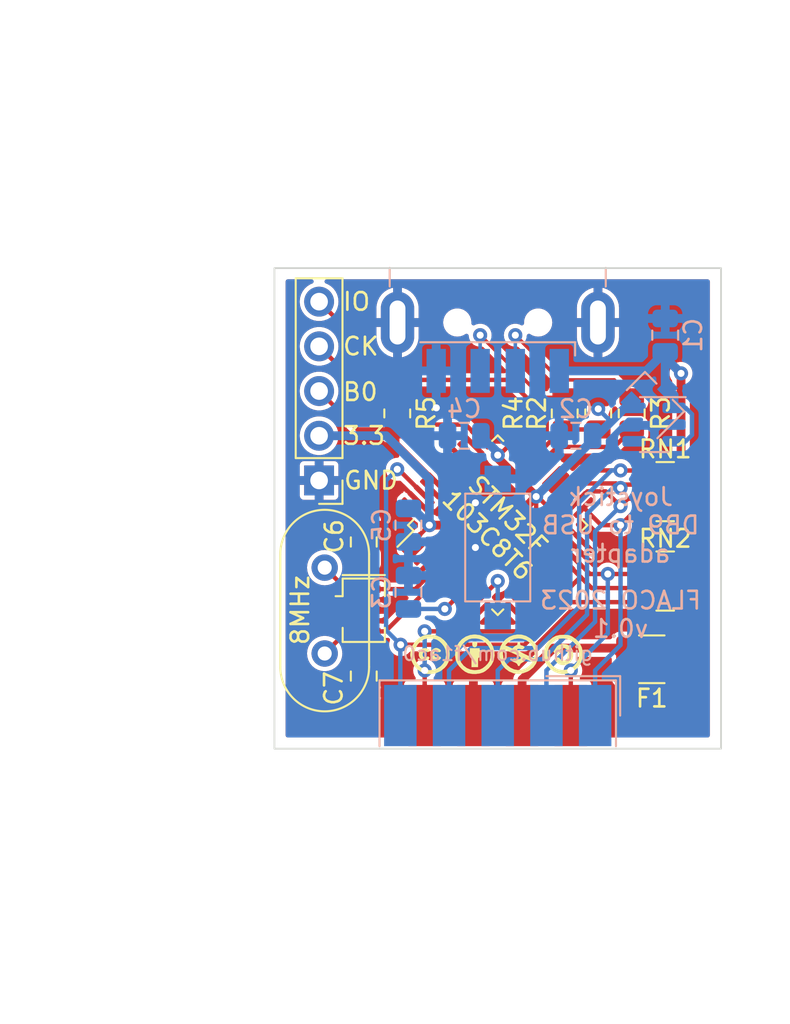
<source format=kicad_pcb>
(kicad_pcb (version 20240108) (generator "pcbnew") (generator_version "8.0")
  (title_block (title "Joystick DB9 to USB adapter") (date "13/11/2023") (rev "0.1") (company "FLACO 2023 CC-BY-NC-SA"))
  (layers (0 "F.Cu" signal) (31 "B.Cu" signal) (34 "B.Paste" user) (35 "F.Paste" user) (36 "B.SilkS" user "B.Silkscreen") (37 "F.SilkS" user "F.Silkscreen") (38 "B.Mask" user) (39 "F.Mask" user) (44 "Edge.Cuts" user))
  (net 0 "")
  (net 1 "+5V")
  (net 2 "GND")
  (net 3 "+3.3V")
  (net 4 "Net-(U1-PD0)")
  (net 5 "Net-(U1-PD1)")
  (net 6 "{slash}UP")
  (net 7 "{slash}DOWN")
  (net 8 "{slash}LEFT")
  (net 9 "{slash}RIGHT")
  (net 10 "{slash}F3_LOAD_SHIFT")
  (net 11 "{slash}F1_CLK")
  (net 12 "5V")
  (net 13 "{slash}F2_DATA")
  (net 14 "/USB_D-")
  (net 15 "/USB_D+")
  (net 16 "/SWDIO")
  (net 17 "/SWCLK")
  (net 18 "/BOOT0")
  (net 19 "Net-(U1-PA12)")
  (net 20 "Net-(U1-PA11)")
  (net 22 "J")
  (net 26 "/NRST")
  (net 38 "/TX")
  (net 39 "/RX")
  (footprint "Resistor_SMD:R_0805_2012Metric" (layer "F.Cu") (at 109.22 56.515 -90)
    (property "Reference" "R3" (at 0 -1.65 90) (layer "F.SilkS"))
    (property "Value" "22")
    (pad "1" smd roundrect (at -0.9125 0 270) (size 1.025 1.4) (layers "F.Cu" "F.Paste" "F.Mask") (roundrect_rratio 0.243902) (net 14 "/USB_D-"))
    (pad "2" smd roundrect (at 0.9125 0 270) (size 1.025 1.4) (layers "F.Cu" "F.Paste" "F.Mask") (roundrect_rratio 0.243902) (net 20 "Net-(U1-PA11)"))
  )
  (footprint "Resistor_SMD:R_Array_Convex_4x0603" (layer "F.Cu") (at 111.125 66.04)
    (property "Reference" "RN2" (at 0 -2.413 0) (layer "F.SilkS"))
    (property "Value" "10k")
    (pad "1" smd rect (at -0.9 -1.2) (size 0.8 0.5) (layers "F.Cu" "F.Paste" "F.Mask"))
    (pad "2" smd rect (at -0.9 -0.4) (size 0.8 0.4) (layers "F.Cu" "F.Paste" "F.Mask") (net 11 "{slash}F1_CLK"))
    (pad "3" smd rect (at -0.9 0.4) (size 0.8 0.4) (layers "F.Cu" "F.Paste" "F.Mask") (net 13 "{slash}F2_DATA"))
    (pad "4" smd rect (at -0.9 1.2) (size 0.8 0.5) (layers "F.Cu" "F.Paste" "F.Mask") (net 10 "{slash}F3_LOAD_SHIFT"))
    (pad "5" smd rect (at 0.9 1.2) (size 0.8 0.5) (layers "F.Cu" "F.Paste" "F.Mask") (net 1 "+5V"))
    (pad "6" smd rect (at 0.9 0.4) (size 0.8 0.4) (layers "F.Cu" "F.Paste" "F.Mask") (net 1 "+5V"))
    (pad "7" smd rect (at 0.9 -0.4) (size 0.8 0.4) (layers "F.Cu" "F.Paste" "F.Mask") (net 1 "+5V"))
    (pad "8" smd rect (at 0.9 -1.2) (size 0.8 0.5) (layers "F.Cu" "F.Paste" "F.Mask") (net 1 "+5V"))
  )
  (footprint "Capacitor_SMD:C_0805_2012Metric" (layer "F.Cu") (at 93.98 63.82 90)
    (property "Reference" "C6" (at 0.32 -1.68 90) (layer "F.SilkS"))
    (property "Value" "22p")
    (pad "1" smd roundrect (at -0.95 0 90) (size 1 1.45) (layers "F.Cu" "F.Paste" "F.Mask") (net 4 "Net-(U1-PD0)"))
    (pad "2" smd roundrect (at 0.95 0 90) (size 1 1.45) (layers "F.Cu" "F.Paste" "F.Mask") (net 2 "GND"))
  )
  (footprint "Sassa:CC_BY_NC_SA_long_silkscreen_11.4x3.5" (layer "F.Cu") (at 101.6 70.1675)
    (property "Reference" "FID1" (hide yes))
    (property "Value" "License" (hide yes))
  )
  (footprint "Connector_PinHeader_2.54mm:PinHeader_1x05_P2.54mm_Vertical" (layer "F.Cu") (at 91.44 60.325 180)
    (property "Reference" "J3" (hide yes))
    (property "Value" "Prog")
    (pad "1" thru_hole rect (at 0 0 180) (size 1.7 1.7) (drill 1) (layers "*.Cu" "*.Mask") (net 2 "GND"))
    (pad "2" thru_hole oval (at 0 2.54 180) (size 1.7 1.7) (drill 1) (layers "*.Cu" "*.Mask") (net 3 "+3.3V"))
    (pad "3" thru_hole oval (at 0 5.08 180) (size 1.7 1.7) (drill 1) (layers "*.Cu" "*.Mask") (net 18 "/BOOT0"))
    (pad "4" thru_hole oval (at 0 7.62 180) (size 1.7 1.7) (drill 1) (layers "*.Cu" "*.Mask") (net 17 "/SWCLK"))
    (pad "5" thru_hole oval (at 0 10.16 180) (size 1.7 1.7) (drill 1) (layers "*.Cu" "*.Mask") (net 16 "/SWDIO"))
  )
  (footprint "Crystal:Crystal_HC49-4H_Vertical" (layer "F.Cu") (at 91.7575 65.278 -90)
    (property "Reference" "Y1" (hide yes))
    (property "Value" "8.000")
    (pad "1" thru_hole circle (at 0 0 270) (size 1.5 1.5) (drill 0.8) (layers "*.Cu" "*.Mask") (net 4 "Net-(U1-PD0)"))
    (pad "2" thru_hole circle (at 4.88 0 270) (size 1.5 1.5) (drill 0.8) (layers "*.Cu" "*.Mask") (net 5 "Net-(U1-PD1)"))
  )
  (footprint "Resistor_SMD:R_Array_Convex_4x0603" (layer "F.Cu") (at 111.125 60.96)
    (property "Reference" "RN1" (at 0 -2.413 0) (layer "F.SilkS"))
    (property "Value" "10k")
    (pad "1" smd rect (at -0.9 -1.2) (size 0.8 0.5) (layers "F.Cu" "F.Paste" "F.Mask") (net 9 "{slash}RIGHT"))
    (pad "2" smd rect (at -0.9 -0.4) (size 0.8 0.4) (layers "F.Cu" "F.Paste" "F.Mask") (net 8 "{slash}LEFT"))
    (pad "3" smd rect (at -0.9 0.4) (size 0.8 0.4) (layers "F.Cu" "F.Paste" "F.Mask") (net 7 "{slash}DOWN"))
    (pad "4" smd rect (at -0.9 1.2) (size 0.8 0.5) (layers "F.Cu" "F.Paste" "F.Mask") (net 6 "{slash}UP"))
    (pad "5" smd rect (at 0.9 1.2) (size 0.8 0.5) (layers "F.Cu" "F.Paste" "F.Mask") (net 1 "+5V"))
    (pad "6" smd rect (at 0.9 0.4) (size 0.8 0.4) (layers "F.Cu" "F.Paste" "F.Mask") (net 1 "+5V"))
    (pad "7" smd rect (at 0.9 -0.4) (size 0.8 0.4) (layers "F.Cu" "F.Paste" "F.Mask") (net 1 "+5V"))
    (pad "8" smd rect (at 0.9 -1.2) (size 0.8 0.5) (layers "F.Cu" "F.Paste" "F.Mask") (net 1 "+5V"))
  )
  (footprint "Capacitor_SMD:C_0805_2012Metric" (layer "F.Cu") (at 93.98 71.44 -90)
    (property "Reference" "C7" (at 0.696 1.7145 90) (layer "F.SilkS"))
    (property "Value" "22p")
    (pad "1" smd roundrect (at -0.95 0 270) (size 1 1.45) (layers "F.Cu" "F.Paste" "F.Mask") (net 5 "Net-(U1-PD1)"))
    (pad "2" smd roundrect (at 0.95 0 270) (size 1 1.45) (layers "F.Cu" "F.Paste" "F.Mask") (net 2 "GND"))
  )
  (footprint "Resistor_SMD:R_0805_2012Metric" (layer "F.Cu") (at 105.41 56.515 -90)
    (property "Reference" "R4" (at 0 2.921 90) (layer "F.SilkS"))
    (property "Value" "22")
    (pad "1" smd roundrect (at -0.9125 0 270) (size 1.025 1.4) (layers "F.Cu" "F.Paste" "F.Mask") (roundrect_rratio 0.243902) (net 15 "/USB_D+"))
    (pad "2" smd roundrect (at 0.9125 0 270) (size 1.025 1.4) (layers "F.Cu" "F.Paste" "F.Mask") (roundrect_rratio 0.243902) (net 19 "Net-(U1-PA12)"))
  )
  (footprint "Package_QFP:LQFP-48_7x7mm_P0.5mm" (layer "F.Cu") (at 101.6 62.865 45)
    (property "Reference" "U1" (hide yes))
    (property "Value" "STM32F103C8Tx")
    (pad "1" smd roundrect (at -4.1625 -2.75 45) (size 1.475 0.3) (layers "F.Cu" "F.Paste" "F.Mask") (net 3 "+3.3V"))
    (pad "2" smd roundrect (at -4.1625 -2.25 45) (size 1.475 0.3) (layers "F.Cu" "F.Paste" "F.Mask"))
    (pad "3" smd roundrect (at -4.1625 -1.75 45) (size 1.475 0.3) (layers "F.Cu" "F.Paste" "F.Mask"))
    (pad "4" smd roundrect (at -4.1625 -1.249999 45) (size 1.475 0.3) (layers "F.Cu" "F.Paste" "F.Mask"))
    (pad "5" smd roundrect (at -4.1625 -0.75 45) (size 1.475 0.3) (layers "F.Cu" "F.Paste" "F.Mask") (net 4 "Net-(U1-PD0)"))
    (pad "6" smd roundrect (at -4.1625 -0.25 45) (size 1.475 0.3) (layers "F.Cu" "F.Paste" "F.Mask") (net 5 "Net-(U1-PD1)"))
    (pad "7" smd roundrect (at -4.1625 0.25 45) (size 1.475 0.3) (layers "F.Cu" "F.Paste" "F.Mask") (net 26 "/NRST"))
    (pad "8" smd roundrect (at -4.1625 0.75 45) (size 1.475 0.3) (layers "F.Cu" "F.Paste" "F.Mask") (net 2 "GND"))
    (pad "9" smd roundrect (at -4.1625 1.249999 45) (size 1.475 0.3) (layers "F.Cu" "F.Paste" "F.Mask") (net 3 "+3.3V"))
    (pad "10" smd roundrect (at -4.1625 1.75 45) (size 1.475 0.3) (layers "F.Cu" "F.Paste" "F.Mask"))
    (pad "11" smd roundrect (at -4.1625 2.25 45) (size 1.475 0.3) (layers "F.Cu" "F.Paste" "F.Mask") (net 22 "J"))
    (pad "12" smd roundrect (at -4.1625 2.75 45) (size 1.475 0.3) (layers "F.Cu" "F.Paste" "F.Mask"))
    (pad "13" smd roundrect (at -2.75 4.1625 45) (size 0.3 1.475) (layers "F.Cu" "F.Paste" "F.Mask"))
    (pad "14" smd roundrect (at -2.25 4.1625 45) (size 0.3 1.475) (layers "F.Cu" "F.Paste" "F.Mask"))
    (pad "15" smd roundrect (at -1.75 4.1625 45) (size 0.3 1.475) (layers "F.Cu" "F.Paste" "F.Mask"))
    (pad "16" smd roundrect (at -1.249999 4.1625 45) (size 0.3 1.475) (layers "F.Cu" "F.Paste" "F.Mask"))
    (pad "17" smd roundrect (at -0.75 4.1625 45) (size 0.3 1.475) (layers "F.Cu" "F.Paste" "F.Mask"))
    (pad "18" smd roundrect (at -0.25 4.1625 45) (size 0.3 1.475) (layers "F.Cu" "F.Paste" "F.Mask"))
    (pad "19" smd roundrect (at 0.25 4.1625 45) (size 0.3 1.475) (layers "F.Cu" "F.Paste" "F.Mask"))
    (pad "20" smd roundrect (at 0.75 4.1625 45) (size 0.3 1.475) (layers "F.Cu" "F.Paste" "F.Mask"))
    (pad "21" smd roundrect (at 1.249999 4.1625 45) (size 0.3 1.475) (layers "F.Cu" "F.Paste" "F.Mask") (net 13 "{slash}F2_DATA"))
    (pad "22" smd roundrect (at 1.75 4.1625 45) (size 0.3 1.475) (layers "F.Cu" "F.Paste" "F.Mask") (net 11 "{slash}F1_CLK"))
    (pad "23" smd roundrect (at 2.25 4.1625 45) (size 0.3 1.475) (layers "F.Cu" "F.Paste" "F.Mask") (net 2 "GND"))
    (pad "24" smd roundrect (at 2.75 4.1625 45) (size 0.3 1.475) (layers "F.Cu" "F.Paste" "F.Mask") (net 3 "+3.3V"))
    (pad "25" smd roundrect (at 4.1625 2.75 45) (size 1.475 0.3) (layers "F.Cu" "F.Paste" "F.Mask") (net 6 "{slash}UP"))
    (pad "26" smd roundrect (at 4.1625 2.25 45) (size 1.475 0.3) (layers "F.Cu" "F.Paste" "F.Mask") (net 7 "{slash}DOWN"))
    (pad "27" smd roundrect (at 4.1625 1.75 45) (size 1.475 0.3) (layers "F.Cu" "F.Paste" "F.Mask") (net 8 "{slash}LEFT"))
    (pad "28" smd roundrect (at 4.1625 1.249999 45) (size 1.475 0.3) (layers "F.Cu" "F.Paste" "F.Mask") (net 9 "{slash}RIGHT"))
    (pad "29" smd roundrect (at 4.1625 0.75 45) (size 1.475 0.3) (layers "F.Cu" "F.Paste" "F.Mask"))
    (pad "30" smd roundrect (at 4.1625 0.25 45) (size 1.475 0.3) (layers "F.Cu" "F.Paste" "F.Mask") (net 38 "/TX"))
    (pad "31" smd roundrect (at 4.1625 -0.25 45) (size 1.475 0.3) (layers "F.Cu" "F.Paste" "F.Mask") (net 39 "/RX"))
    (pad "32" smd roundrect (at 4.1625 -0.75 45) (size 1.475 0.3) (layers "F.Cu" "F.Paste" "F.Mask") (net 20 "Net-(U1-PA11)"))
    (pad "33" smd roundrect (at 4.1625 -1.249999 45) (size 1.475 0.3) (layers "F.Cu" "F.Paste" "F.Mask") (net 19 "Net-(U1-PA12)"))
    (pad "34" smd roundrect (at 4.1625 -1.75 45) (size 1.475 0.3) (layers "F.Cu" "F.Paste" "F.Mask") (net 16 "/SWDIO"))
    (pad "35" smd roundrect (at 4.1625 -2.25 45) (size 1.475 0.3) (layers "F.Cu" "F.Paste" "F.Mask") (net 2 "GND"))
    (pad "36" smd roundrect (at 4.1625 -2.75 45) (size 1.475 0.3) (layers "F.Cu" "F.Paste" "F.Mask") (net 3 "+3.3V"))
    (pad "37" smd roundrect (at 2.75 -4.1625 45) (size 0.3 1.475) (layers "F.Cu" "F.Paste" "F.Mask") (net 17 "/SWCLK"))
    (pad "38" smd roundrect (at 2.25 -4.1625 45) (size 0.3 1.475) (layers "F.Cu" "F.Paste" "F.Mask"))
    (pad "39" smd roundrect (at 1.75 -4.1625 45) (size 0.3 1.475) (layers "F.Cu" "F.Paste" "F.Mask"))
    (pad "40" smd roundrect (at 1.249999 -4.1625 45) (size 0.3 1.475) (layers "F.Cu" "F.Paste" "F.Mask"))
    (pad "41" smd roundrect (at 0.75 -4.1625 45) (size 0.3 1.475) (layers "F.Cu" "F.Paste" "F.Mask"))
    (pad "42" smd roundrect (at 0.25 -4.1625 45) (size 0.3 1.475) (layers "F.Cu" "F.Paste" "F.Mask"))
    (pad "43" smd roundrect (at -0.25 -4.1625 45) (size 0.3 1.475) (layers "F.Cu" "F.Paste" "F.Mask"))
    (pad "44" smd roundrect (at -0.75 -4.1625 45) (size 0.3 1.475) (layers "F.Cu" "F.Paste" "F.Mask") (net 18 "/BOOT0"))
    (pad "45" smd roundrect (at -1.249999 -4.1625 45) (size 0.3 1.475) (layers "F.Cu" "F.Paste" "F.Mask"))
    (pad "46" smd roundrect (at -1.75 -4.1625 45) (size 0.3 1.475) (layers "F.Cu" "F.Paste" "F.Mask") (net 10 "{slash}F3_LOAD_SHIFT"))
    (pad "47" smd roundrect (at -2.25 -4.1625 45) (size 0.3 1.475) (layers "F.Cu" "F.Paste" "F.Mask") (net 2 "GND"))
    (pad "48" smd roundrect (at -2.75 -4.1625 45) (size 0.3 1.475) (layers "F.Cu" "F.Paste" "F.Mask") (net 3 "+3.3V"))
  )
  (footprint "Resistor_SMD:R_1210_3225Metric" (layer "F.Cu") (at 110.361 70.485)
    (property "Reference" "F1" (at 0 2.2225 0) (layer "F.SilkS"))
    (property "Value" "Polyfuse 0.5A max")
    (pad "1" smd roundrect (at -1.4625 0) (size 1.125 2.65) (layers "F.Cu" "F.Paste" "F.Mask") (roundrect_rratio 0.222222) (net 12 "5V"))
    (pad "2" smd roundrect (at 1.4625 0) (size 1.125 2.65) (layers "F.Cu" "F.Paste" "F.Mask") (roundrect_rratio 0.222222) (net 1 "+5V"))
  )
  (footprint "Resistor_SMD:R_0805_2012Metric" (layer "F.Cu") (at 95.885 56.515 90)
    (property "Reference" "R5" (at 0 1.651 90) (layer "F.SilkS"))
    (property "Value" "100k")
    (pad "1" smd roundrect (at -0.9125 0 90) (size 1.025 1.4) (layers "F.Cu" "F.Paste" "F.Mask") (roundrect_rratio 0.243902) (net 18 "/BOOT0"))
    (pad "2" smd roundrect (at 0.9125 0 90) (size 1.025 1.4) (layers "F.Cu" "F.Paste" "F.Mask") (roundrect_rratio 0.243902) (net 2 "GND"))
  )
  (footprint "Crystal:Resonator_SMD_Murata_CSTxExxV-3Pin_3.0x1.1mm" (layer "F.Cu") (at 93.98 67.7 -90)
    (property "Reference" "Y2" (hide yes))
    (property "Value" "8MHz")
    (pad "1" smd rect (at -1.2 0 270) (size 0.4 1.9) (layers "F.Cu" "F.Paste" "F.Mask") (net 4 "Net-(U1-PD0)"))
    (pad "2" smd rect (at 0 0 270) (size 0.4 1.9) (layers "F.Cu" "F.Paste" "F.Mask") (net 2 "GND"))
    (pad "3" smd rect (at 1.2 0 270) (size 0.4 1.9) (layers "F.Cu" "F.Paste" "F.Mask") (net 5 "Net-(U1-PD1)"))
  )
  (footprint "Resistor_SMD:R_0805_2012Metric" (layer "F.Cu") (at 107.315 56.515 -90)
    (property "Reference" "R2" (at 0 3.4925 90) (layer "F.SilkS"))
    (property "Value" "10k")
    (pad "1" smd roundrect (at -0.9125 0 270) (size 1.025 1.4) (layers "F.Cu" "F.Paste" "F.Mask") (roundrect_rratio 0.243902) (net 3 "+3.3V"))
    (pad "2" smd roundrect (at 0.9125 0 270) (size 1.025 1.4) (layers "F.Cu" "F.Paste" "F.Mask") (roundrect_rratio 0.243902) (net 19 "Net-(U1-PA12)"))
  )
  (footprint "Capacitor_SMD:C_0805_2012Metric" (layer "B.Cu") (at 99.695 57.785 180)
    (property "Reference" "C4" (at 0 1.524 0) (layer "B.SilkS") (effects (justify mirror)))
    (property "Value" "100n")
    (pad "1" smd roundrect (at -0.95 0 180) (size 1 1.45) (layers "B.Cu" "B.Paste" "B.Mask") (net 3 "+3.3V"))
    (pad "2" smd roundrect (at 0.95 0 180) (size 1 1.45) (layers "B.Cu" "B.Paste" "B.Mask") (net 2 "GND"))
  )
  (footprint "Sassa:SOT-23" (layer "B.Cu") (at 110.5535 55.8165 45)
    (property "Reference" "U3" (hide yes))
    (property "Value" "XC6206PxxxMR")
    (pad "1" smd rect (at -1 0.95 45) (size 0.9 0.8) (layers "B.Cu" "B.Paste" "B.Mask") (net 2 "GND"))
    (pad "2" smd rect (at -1 -0.95 45) (size 0.9 0.8) (layers "B.Cu" "B.Paste" "B.Mask") (net 3 "+3.3V"))
    (pad "3" smd rect (at 1 0 45) (size 0.9 0.8) (layers "B.Cu" "B.Paste" "B.Mask") (net 1 "+5V"))
  )
  (footprint "Package_TO_SOT_SMD:SOT-23-5" (layer "B.Cu") (at 110.49 57.15 180)
    (property "Reference" "U2" (hide yes))
    (property "Value" "SPX3819M5-L-3-3")
    (pad "1" smd roundrect (at -1.1375 0.95 180) (size 1.325 0.6) (layers "B.Cu" "B.Paste" "B.Mask") (net 1 "+5V"))
    (pad "2" smd roundrect (at -1.1375 0 180) (size 1.325 0.6) (layers "B.Cu" "B.Paste" "B.Mask") (net 2 "GND"))
    (pad "3" smd roundrect (at -1.1375 -0.95 180) (size 1.325 0.6) (layers "B.Cu" "B.Paste" "B.Mask") (net 1 "+5V"))
    (pad "4" smd roundrect (at 1.1375 -0.95 180) (size 1.325 0.6) (layers "B.Cu" "B.Paste" "B.Mask"))
    (pad "5" smd roundrect (at 1.1375 0.95 180) (size 1.325 0.6) (layers "B.Cu" "B.Paste" "B.Mask") (net 3 "+3.3V"))
  )
  (footprint "Button_Switch_SMD:SW_SPST_CK_RS282G05A3" (layer "B.Cu") (at 101.6 64.135 90)
    (property "Reference" "SW1" (hide yes))
    (property "Value" "SEL")
    (pad "1" smd rect (at -3.9 0 90) (size 1.5 1.5) (layers "B.Cu" "B.Paste" "B.Mask") (net 22 "J"))
    (pad "2" smd rect (at 3.9 0 90) (size 1.5 1.5) (layers "B.Cu" "B.Paste" "B.Mask") (net 2 "GND"))
  )
  (footprint "Capacitor_SMD:C_0805_2012Metric" (layer "B.Cu") (at 96.52 62.865 -90)
    (property "Reference" "C5" (at 0 1.524 90) (layer "B.SilkS") (effects (justify mirror)))
    (property "Value" "100n")
    (pad "1" smd roundrect (at -0.95 0 270) (size 1 1.45) (layers "B.Cu" "B.Paste" "B.Mask") (net 3 "+3.3V"))
    (pad "2" smd roundrect (at 0.95 0 270) (size 1 1.45) (layers "B.Cu" "B.Paste" "B.Mask") (net 2 "GND"))
  )
  (footprint "Connector_USB:USB_A_CNCTech_1001-011-01101_Horizontal" (layer "B.Cu") (at 101.6 44.45 90)
    (property "Reference" "J2" (hide yes))
    (property "Value" "USB_A")
    (pad "" np_thru_hole circle (at -6.9 -2.3 90) (size 1.1 1.1) (drill 1.1) (layers "*.Cu" "*.Mask"))
    (pad "" np_thru_hole circle (at -6.9 2.3 90) (size 1.1 1.1) (drill 1.1) (layers "*.Cu" "*.Mask"))
    (pad "1" smd rect (at -9.65 3.5 90) (size 2.5 1.1) (layers "B.Cu" "B.Paste" "B.Mask") (net 1 "+5V"))
    (pad "2" smd rect (at -9.65 1 90) (size 2.5 1.1) (layers "B.Cu" "B.Paste" "B.Mask") (net 14 "/USB_D-"))
    (pad "3" smd rect (at -9.65 -1 90) (size 2.5 1.1) (layers "B.Cu" "B.Paste" "B.Mask") (net 15 "/USB_D+"))
    (pad "4" smd rect (at -9.65 -3.5 90) (size 2.5 1.1) (layers "B.Cu" "B.Paste" "B.Mask") (net 2 "GND"))
    (pad "5" thru_hole oval (at -6.9 -5.7 90) (size 3.5 1.9) (drill oval 2.5 0.9) (layers "*.Cu" "*.Mask") (net 2 "GND"))
    (pad "5" thru_hole oval (at -6.9 5.7 90) (size 3.5 1.9) (drill oval 2.5 0.9) (layers "*.Cu" "*.Mask") (net 2 "GND"))
  )
  (footprint "Capacitor_SMD:C_0805_2012Metric" (layer "B.Cu") (at 96.52 66.675 90)
    (property "Reference" "C3" (at 0 -1.524 90) (layer "B.SilkS") (effects (justify mirror)))
    (property "Value" "100n")
    (pad "1" smd roundrect (at -0.95 0 90) (size 1 1.45) (layers "B.Cu" "B.Paste" "B.Mask") (net 3 "+3.3V"))
    (pad "2" smd roundrect (at 0.95 0 90) (size 1 1.45) (layers "B.Cu" "B.Paste" "B.Mask") (net 2 "GND"))
  )
  (footprint "Connector_Dsub:DSUB-9_Male_EdgeMount_P2.77mm" (layer "B.Cu") (at 101.6 73.6825 180)
    (property "Reference" "J1" (hide yes))
    (property "Value" "DE9_Receptacle")
    (pad "1" smd rect (at -5.54 0 180) (size 1.846667 3.48) (layers "B.Cu" "B.Paste" "B.Mask") (net 6 "{slash}UP"))
    (pad "2" smd rect (at -2.77 0 180) (size 1.846667 3.48) (layers "B.Cu" "B.Paste" "B.Mask") (net 7 "{slash}DOWN"))
    (pad "3" smd rect (at 0 0 180) (size 1.846667 3.48) (layers "B.Cu" "B.Paste" "B.Mask") (net 8 "{slash}LEFT"))
    (pad "4" smd rect (at 2.77 0 180) (size 1.846667 3.48) (layers "B.Cu" "B.Paste" "B.Mask") (net 9 "{slash}RIGHT"))
    (pad "5" smd rect (at 5.54 0 180) (size 1.846667 3.48) (layers "B.Cu" "B.Paste" "B.Mask") (net 10 "{slash}F3_LOAD_SHIFT"))
    (pad "6" smd rect (at -4.155 0 180) (size 1.846667 3.48) (layers "F.Cu" "F.Paste" "F.Mask") (net 11 "{slash}F1_CLK"))
    (pad "7" smd rect (at -1.385 0 180) (size 1.846667 3.48) (layers "F.Cu" "F.Paste" "F.Mask") (net 12 "5V"))
    (pad "8" smd rect (at 1.385 0 180) (size 1.846667 3.48) (layers "F.Cu" "F.Paste" "F.Mask") (net 2 "GND"))
    (pad "9" smd rect (at 4.155 0 180) (size 1.846667 3.48) (layers "F.Cu" "F.Paste" "F.Mask") (net 13 "{slash}F2_DATA"))
  )
  (footprint "Capacitor_SMD:C_0805_2012Metric" (layer "B.Cu") (at 111.125 52.07 90)
    (property "Reference" "C1" (at 0 1.5875 90) (layer "B.SilkS") (effects (justify mirror)))
    (property "Value" "1u")
    (pad "1" smd roundrect (at -0.95 0 90) (size 1 1.45) (layers "B.Cu" "B.Paste" "B.Mask") (net 1 "+5V"))
    (pad "2" smd roundrect (at 0.95 0 90) (size 1 1.45) (layers "B.Cu" "B.Paste" "B.Mask") (net 2 "GND"))
  )
  (footprint "Capacitor_SMD:C_0805_2012Metric" (layer "B.Cu") (at 106.045 57.785 180)
    (property "Reference" "C2" (at 0 1.524 0) (layer "B.SilkS") (effects (justify mirror)))
    (property "Value" "1u")
    (pad "1" smd roundrect (at -0.95 0 180) (size 1 1.45) (layers "B.Cu" "B.Paste" "B.Mask") (net 3 "+3.3V"))
    (pad "2" smd roundrect (at 0.95 0 180) (size 1 1.45) (layers "B.Cu" "B.Paste" "B.Mask") (net 2 "GND"))
  )
  (gr_rect (start 88.9 48.26) (end 114.3 75.565) (stroke (width 0.1)) (fill none) (layer "Edge.Cuts"))
  (gr_text "Joystick\nDB9 to USB\nadapter" (at 108.585 62.865 0) (layer "B.SilkS") (effects (font (size 1 1)) (justify mirror)))
  (gr_text "FLACO 2023\nv0.1" (at 108.585 67.945 0) (layer "B.SilkS") (effects (font (size 1 1)) (justify mirror)))
  (gr_text "github.com/f1ac0" (at 101.6 70.1675 0) (layer "B.SilkS") (effects (font (size 0.8 0.8) (thickness 0.12)) (justify mirror)))
  (gr_text "8MHz" (at 90.3605 67.691 90) (layer "F.SilkS") (effects (font (size 1 1))))
  (gr_text "CK" (at 92.71 52.705 0) (layer "F.SilkS") (effects (font (size 1 1)) (justify left)))
  (gr_text "3.3" (at 92.71 57.785 0) (layer "F.SilkS") (effects (font (size 1 1)) (justify left)))
  (gr_text "IO" (at 92.71 50.165 0) (layer "F.SilkS") (effects (font (size 1 1)) (justify left)))
  (gr_text "B0" (at 92.71 55.88 0) (layer "F.SilkS") (effects (font (size 1 1)) (justify left bottom)))
  (gr_text "GND" (at 92.77 60.325 0) (layer "F.SilkS") (effects (font (size 1 1)) (justify left)))
  (gr_text "STM32F\n103C8T6" (at 101.6 62.865 315) (layer "F.SilkS") (effects (font (size 1 1))))
  (segment (start 112.025 70.2835) (end 111.8235 70.485) (width 0.5) (layer "F.Cu") (net 1))
  (segment (start 112.025 59.76) (end 112.025 67.24) (width 0.5) (layer "F.Cu") (net 1))
  (segment (start 112.025 67.24) (end 112.025 70.2835) (width 0.5) (layer "F.Cu") (net 1))
  (segment (start 112.025 54.24) (end 112.025 59.76) (width 0.5) (layer "F.Cu") (net 1))
  (via (at 112.025 54.24) (size 0.8) (drill 0.4) (layers "F.Cu" "B.Cu") (net 1))
  (segment (start 111.6275 56.2) (end 111.6275 55.476286) (width 0.5) (layer "B.Cu") (net 1))
  (segment (start 110.045 54.1) (end 111.125 53.02) (width 0.5) (layer "B.Cu") (net 1))
  (segment (start 111.125 53.02) (end 111.125 53.34) (width 0.5) (layer "B.Cu") (net 1))
  (segment (start 111.125 54.973786) (end 111.260607 55.109393) (width 0.5) (layer "B.Cu") (net 1))
  (segment (start 111.125 53.02) (end 111.125 54.973786) (width 0.5) (layer "B.Cu") (net 1))
  (segment (start 112.649 56.559) (end 112.649 57.741) (width 0.25) (layer "B.Cu") (net 1))
  (segment (start 111.6275 56.2) (end 112.29 56.2) (width 0.25) (layer "B.Cu") (net 1))
  (segment (start 112.649 57.741) (end 112.29 58.1) (width 0.25) (layer "B.Cu") (net 1))
  (segment (start 112.29 56.2) (end 112.649 56.559) (width 0.25) (layer "B.Cu") (net 1))
  (segment (start 111.6275 55.476286) (end 111.260607 55.109393) (width 0.5) (layer "B.Cu") (net 1))
  (segment (start 111.125 53.34) (end 112.025 54.24) (width 0.5) (layer "B.Cu") (net 1))
  (segment (start 112.29 58.1) (end 111.6275 58.1) (width 0.25) (layer "B.Cu") (net 1))
  (segment (start 105.1 54.1) (end 110.045 54.1) (width 0.5) (layer "B.Cu") (net 1))
  (segment (start 99.186998 66.338662) (end 100.33 65.19566) (width 0.25) (layer "F.Cu") (net 2))
  (segment (start 102.952342 58.330678) (end 103.8225 57.46052) (width 0.25) (layer "F.Cu") (net 2))
  (segment (start 97.065678 61.512658) (end 97.065678 61.505678) (width 0.25) (layer "F.Cu") (net 2))
  (segment (start 97.065678 61.505678) (end 96.2025 60.6425) (width 0.25) (layer "F.Cu") (net 2))
  (segment (start 97.065678 61.512658) (end 97.633616 62.080596) (width 0.25) (layer "F.Cu") (net 2))
  (segment (start 97.633616 62.080596) (end 99.545596 62.080596) (width 0.25) (layer "F.Cu") (net 2))
  (segment (start 106.127342 64.217342) (end 104.775 62.865) (width 0.25) (layer "F.Cu") (net 2))
  (segment (start 100.33 65.19566) (end 100.33 64.135) (width 0.25) (layer "F.Cu") (net 2))
  (segment (start 106.134322 64.217342) (end 106.127342 64.217342) (width 0.25) (layer "F.Cu") (net 2))
  (segment (start 106.134322 64.217342) (end 106.83198 64.915) (width 0.25) (layer "F.Cu") (net 2))
  (via (at 100.33 61.595) (size 0.8) (drill 0.4) (layers "F.Cu" "B.Cu") (net 2))
  (via (at 98.1075 56.1975) (size 0.8) (drill 0.4) (layers "F.Cu" "B.Cu") (net 2))
  (via (at 100.33 64.135) (size 0.8) (drill 0.4) (layers "F.Cu" "B.Cu") (net 2))
  (segment (start 111.6275 57.15) (end 110.563503 57.15) (width 0.5) (layer "B.Cu") (net 2))
  (segment (start 110.515 57.198503) (end 110.515 59.207) (width 0.5) (layer "B.Cu") (net 2))
  (segment (start 110.563503 57.15) (end 110.518145 57.195358) (width 0.5) (layer "B.Cu") (net 2))
  (segment (start 110.515 55.8415) (end 109.7915 55.118) (width 0.5) (layer "B.Cu") (net 2))
  (segment (start 110.518145 57.195358) (end 110.515 57.198503) (width 0.5) (layer "B.Cu") (net 2))
  (segment (start 110.515 57.192213) (end 110.515 55.8415) (width 0.5) (layer "B.Cu") (net 2))
  (segment (start 110.518145 57.195358) (end 109.265358 57.195358) (width 0.5) (layer "B.Cu") (net 2))
  (segment (start 110.518145 57.195358) (end 110.515 57.192213) (width 0.5) (layer "B.Cu") (net 2))
  (segment (start 103.785748 61.240748) (end 101.6 59.055) (width 0.5) (layer "F.Cu") (net 3))
  (segment (start 103.785748 61.240748) (end 103.864836 61.240748) (width 0.25) (layer "F.Cu") (net 3))
  (segment (start 102.161496 62.865) (end 103.785748 61.240748) (width 0.5) (layer "F.Cu") (net 3))
  (segment (start 97.710912 62.865) (end 102.161496 62.865) (width 0.5) (layer "F.Cu") (net 3))
  (segment (start 103.785748 62.447018) (end 99.540551 66.692215) (width 0.25) (layer "F.Cu") (net 3))
  (segment (start 97.710912 62.865) (end 96.712124 61.866212) (width 0.25) (layer "F.Cu") (net 3))
  (segment (start 98.607766 67.625) (end 99.540551 66.692215) (width 0.25) (layer "F.Cu") (net 3))
  (segment (start 103.785748 61.240748) (end 103.785748 62.447018) (width 0.25) (layer "F.Cu") (net 3))
  (segment (start 97.710912 62.865) (end 96.712124 63.863788) (width 0.25) (layer "F.Cu") (net 3))
  (segment (start 103.864836 61.240748) (end 106.487876 63.863788) (width 0.25) (layer "F.Cu") (net 3))
  (segment (start 101.6 59.055) (end 101.6 58.975912) (width 0.5) (layer "F.Cu") (net 3))
  (segment (start 98.589526 67.625) (end 98.607766 67.625) (width 0.25) (layer "F.Cu") (net 3))
  (segment (start 107.315 56.261) (end 107.315 55.6025) (width 0.25) (layer "F.Cu") (net 3))
  (segment (start 101.6 58.975912) (end 102.598788 57.977124) (width 0.25) (layer "F.Cu") (net 3))
  (via (at 97.710912 62.865) (size 0.8) (drill 0.4) (layers "F.Cu" "B.Cu") (net 3))
  (via (at 103.785748 61.240748) (size 0.8) (drill 0.4) (layers "F.Cu" "B.Cu") (net 3))
  (via (at 107.315 56.261) (size 0.8) (drill 0.4) (layers "F.Cu" "B.Cu") (net 3))
  (via (at 98.589526 67.625) (size 0.8) (drill 0.4) (layers "F.Cu" "B.Cu") (net 3))
  (via (at 101.6 58.8855) (size 0.8) (drill 0.4) (layers "F.Cu" "B.Cu") (net 3))
  (segment (start 101.6 58.74) (end 101.6 58.8855) (width 0.5) (layer "B.Cu") (net 3))
  (segment (start 103.785748 61.240748) (end 103.785749 61.240748) (width 0.5) (layer "B.Cu") (net 3))
  (segment (start 107.849748 56.795748) (end 108.230748 56.795748) (width 0.25) (layer "B.Cu") (net 3))
  (segment (start 97.710912 62.865) (end 96.760912 61.915) (width 0.5) (layer "B.Cu") (net 3))
  (segment (start 96.760912 61.915) (end 96.52 61.915) (width 0.5) (layer "B.Cu") (net 3))
  (segment (start 95.25 57.785) (end 91.44 57.785) (width 0.5) (layer "B.Cu") (net 3))
  (segment (start 100.645 57.785) (end 101.6 58.74) (width 0.5) (layer "B.Cu") (net 3))
  (segment (start 103.785749 61.240748) (end 109.174642 55.851855) (width 0.5) (layer "B.Cu") (net 3))
  (segment (start 107.315 56.261) (end 107.849748 56.795748) (width 0.25) (layer "B.Cu") (net 3))
  (segment (start 97.710912 60.245912) (end 95.25 57.785) (width 0.5) (layer "B.Cu") (net 3))
  (segment (start 97.710912 62.865) (end 97.710912 60.245912) (width 0.5) (layer "B.Cu") (net 3))
  (segment (start 98.589526 67.625) (end 96.52 67.625) (width 0.25) (layer "B.Cu") (net 3))
  (segment (start 92.9795 66.5) (end 91.7575 65.278) (width 0.25) (layer "F.Cu") (net 4))
  (segment (start 98.126338 65.278002) (end 96.90434 66.5) (width 0.25) (layer "F.Cu") (net 4))
  (segment (start 96.90434 66.5) (end 93.98 66.5) (width 0.25) (layer "F.Cu") (net 4))
  (segment (start 93.98 64.77) (end 93.98 66.5) (width 0.25) (layer "F.Cu") (net 4))
  (segment (start 93.98 66.5) (end 92.9795 66.5) (width 0.25) (layer "F.Cu") (net 4))
  (segment (start 93.98 70.49) (end 93.98 68.9) (width 0.25) (layer "F.Cu") (net 5))
  (segment (start 95.211446 68.9) (end 93.98 68.9) (width 0.25) (layer "F.Cu") (net 5))
  (segment (start 91.7575 70.158) (end 93.0155 68.9) (width 0.25) (layer "F.Cu") (net 5))
  (segment (start 93.0155 68.9) (end 93.98 68.9) (width 0.25) (layer "F.Cu") (net 5))
  (segment (start 98.479891 65.631555) (end 95.211446 68.9) (width 0.25) (layer "F.Cu") (net 5))
  (segment (start 108.585 62.865) (end 109.29 62.16) (width 0.25) (layer "F.Cu") (net 6))
  (segment (start 107.486664 62.865) (end 106.487876 61.866212) (width 0.25) (layer "F.Cu") (net 6))
  (segment (start 109.29 62.16) (end 110.225 62.16) (width 0.25) (layer "F.Cu") (net 6))
  (segment (start 108.585 62.865) (end 107.486664 62.865) (width 0.25) (layer "F.Cu") (net 6))
  (via (at 108.585 62.865) (size 0.8) (drill 0.4) (layers "F.Cu" "B.Cu") (net 6))
  (segment (start 108.585 62.865) (end 108.585 69.675) (width 0.25) (layer "B.Cu") (net 6))
  (segment (start 107.14 71.12) (end 107.14 73.6825) (width 0.25) (layer "B.Cu") (net 6))
  (segment (start 108.585 69.675) (end 107.14 71.12) (width 0.25) (layer "B.Cu") (net 6))
  (segment (start 109.006201 61.36) (end 110.225 61.36) (width 0.25) (layer "F.Cu") (net 7))
  (segment (start 106.702259 60.944721) (end 107.739922 60.944721) (width 0.25) (layer "F.Cu") (net 7))
  (segment (start 107.739922 60.944721) (end 108.580701 61.7855) (width 0.25) (layer "F.Cu") (net 7))
  (segment (start 106.134322 61.512658) (end 106.702259 60.944721) (width 0.25) (layer "F.Cu") (net 7))
  (segment (start 108.580701 61.7855) (end 109.006201 61.36) (width 0.25) (layer "F.Cu") (net 7))
  (via (at 108.580701 61.7855) (size 0.8) (drill 0.4) (layers "F.Cu" "B.Cu") (net 7))
  (segment (start 104.37 71.12) (end 104.37 73.6825) (width 0.25) (layer "B.Cu") (net 7))
  (segment (start 108.580701 61.7855) (end 107.1355 63.230701) (width 0.25) (layer "B.Cu") (net 7))
  (segment (start 107.1355 63.230701) (end 107.1355 68.3545) (width 0.25) (layer "B.Cu") (net 7))
  (segment (start 107.1355 68.3545) (end 104.37 71.12) (width 0.25) (layer "B.Cu") (net 7))
  (segment (start 108.585 60.753003) (end 108.326718 60.494721) (width 0.25) (layer "F.Cu") (net 8))
  (segment (start 108.585 60.753003) (end 108.778003 60.56) (width 0.25) (layer "F.Cu") (net 8))
  (segment (start 108.778003 60.56) (end 110.225 60.56) (width 0.25) (layer "F.Cu") (net 8))
  (segment (start 108.326718 60.494721) (end 106.445153 60.494721) (width 0.25) (layer "F.Cu") (net 8))
  (segment (start 106.445153 60.494721) (end 105.780769 61.159105) (width 0.25) (layer "F.Cu") (net 8))
  (via (at 108.585 60.753003) (size 0.8) (drill 0.4) (layers "F.Cu" "B.Cu") (net 8))
  (segment (start 104.14 70.485) (end 102.235 70.485) (width 0.25) (layer "B.Cu") (net 8))
  (segment (start 102.235 70.485) (end 101.6 71.12) (width 0.25) (layer "B.Cu") (net 8))
  (segment (start 101.6 71.12) (end 101.6 73.6825) (width 0.25) (layer "B.Cu") (net 8))
  (segment (start 108.585 60.753003) (end 108.447997 60.616) (width 0.25) (layer "B.Cu") (net 8))
  (segment (start 108.284695 60.616) (end 106.68 62.220695) (width 0.25) (layer "B.Cu") (net 8))
  (segment (start 108.447997 60.616) (end 108.284695 60.616) (width 0.25) (layer "B.Cu") (net 8))
  (segment (start 106.68 67.945) (end 104.14 70.485) (width 0.25) (layer "B.Cu") (net 8))
  (segment (start 106.68 62.220695) (end 106.68 67.945) (width 0.25) (layer "B.Cu") (net 8))
  (segment (start 108.585 59.7535) (end 106.479266 59.7535) (width 0.25) (layer "F.Cu") (net 9))
  (segment (start 108.5915 59.76) (end 110.225 59.76) (width 0.25) (layer "F.Cu") (net 9))
  (segment (start 106.479266 59.7535) (end 105.427215 60.805551) (width 0.25) (layer "F.Cu") (net 9))
  (segment (start 108.585 59.7535) (end 108.5915 59.76) (width 0.25) (layer "F.Cu") (net 9))
  (via (at 108.585 59.7535) (size 0.8) (drill 0.4) (layers "F.Cu" "B.Cu") (net 9))
  (segment (start 106.23 67.506) (end 103.886 69.85) (width 0.25) (layer "B.Cu") (net 9))
  (segment (start 98.83 71.12) (end 98.83 73.6825) (width 0.25) (layer "B.Cu") (net 9))
  (segment (start 106.23 61.585821) (end 106.23 67.506) (width 0.25) (layer "B.Cu") (net 9))
  (segment (start 103.886 69.85) (end 100.1 69.85) (width 0.25) (layer "B.Cu") (net 9))
  (segment (start 108.062321 59.7535) (end 106.23 61.585821) (width 0.25) (layer "B.Cu") (net 9))
  (segment (start 108.585 59.7535) (end 108.062321 59.7535) (width 0.25) (layer "B.Cu") (net 9))
  (segment (start 100.1 69.85) (end 98.83 71.12) (width 0.25) (layer "B.Cu") (net 9))
  (segment (start 96.0755 69.6595) (end 103.124 69.6595) (width 0.25) (layer "F.Cu") (net 10))
  (segment (start 95.950126 59.69) (end 97.419231 61.159105) (width 0.25) (layer "F.Cu") (net 10))
  (segment (start 103.124 69.6595) (end 105.5435 67.24) (width 0.25) (layer "F.Cu") (net 10))
  (segment (start 105.5435 67.24) (end 110.225 67.24) (width 0.25) (layer "F.Cu") (net 10))
  (segment (start 95.885 59.69) (end 95.950126 59.69) (width 0.25) (layer "F.Cu") (net 10))
  (via (at 95.885 59.69) (size 0.8) (drill 0.4) (layers "F.Cu" "B.Cu") (net 10))
  (via (at 96.0755 69.6595) (size 0.8) (drill 0.4) (layers "F.Cu" "B.Cu") (net 10))
  (segment (start 95.25 68.834) (end 95.25 60.325) (width 0.25) (layer "B.Cu") (net 10))
  (segment (start 95.25 60.325) (end 95.885 59.69) (width 0.25) (layer "B.Cu") (net 10))
  (segment (start 96.0755 69.6595) (end 96.06 69.675) (width 0.25) (layer "B.Cu") (net 10))
  (segment (start 96.0755 69.6595) (end 95.25 68.834) (width 0.25) (layer "B.Cu") (net 10))
  (segment (start 96.06 69.675) (end 96.06 73.6825) (width 0.25) (layer "B.Cu") (net 10))
  (segment (start 106.849874 65.64) (end 105.780769 64.570895) (width 0.25) (layer "F.Cu") (net 11))
  (segment (start 105.755 71.12) (end 105.755 73.6825) (width 0.25) (layer "F.Cu") (net 11))
  (segment (start 107.8605 65.64) (end 106.849874 65.64) (width 0.25) (layer "F.Cu") (net 11))
  (segment (start 107.8605 65.64) (end 110.225 65.64) (width 0.25) (layer "F.Cu") (net 11))
  (via (at 107.8605 65.64) (size 0.8) (drill 0.4) (layers "F.Cu" "B.Cu") (net 11))
  (via (at 105.755 71.12) (size 0.8) (drill 0.4) (layers "F.Cu" "B.Cu") (net 11))
  (segment (start 107.8605 65.64) (end 107.8605 69.0145) (width 0.25) (layer "B.Cu") (net 11))
  (segment (start 107.8605 69.0145) (end 105.755 71.12) (width 0.25) (layer "B.Cu") (net 11))
  (segment (start 104.775 69.85) (end 108.2635 69.85) (width 0.5) (layer "F.Cu") (net 12))
  (segment (start 102.985 73.6825) (end 102.985 71.64) (width 0.5) (layer "F.Cu") (net 12))
  (segment (start 102.985 71.64) (end 104.775 69.85) (width 0.5) (layer "F.Cu") (net 12))
  (segment (start 108.2635 69.85) (end 108.8985 70.485) (width 0.5) (layer "F.Cu") (net 12))
  (segment (start 97.444848 71.12) (end 97.444848 71.942348) (width 0.25) (layer "F.Cu") (net 13))
  (segment (start 97.445 71.9425) (end 97.445 73.6825) (width 0.25) (layer "F.Cu") (net 13))
  (segment (start 106.942766 66.44) (end 110.225 66.44) (width 0.25) (layer "F.Cu") (net 13))
  (segment (start 106.307766 65.805) (end 106.942766 66.44) (width 0.25) (layer "F.Cu") (net 13))
  (segment (start 106.307766 65.805) (end 105.427215 64.924449) (width 0.25) (layer "F.Cu") (net 13))
  (segment (start 103.215266 68.8975) (end 106.307766 65.805) (width 0.25) (layer "F.Cu") (net 13))
  (segment (start 97.444848 68.8975) (end 103.215266 68.8975) (width 0.25) (layer "F.Cu") (net 13))
  (segment (start 97.444848 71.942348) (end 97.445 71.9425) (width 0.25) (layer "F.Cu") (net 13))
  (via (at 97.444848 68.8975) (size 0.8) (drill 0.4) (layers "F.Cu" "B.Cu") (net 13))
  (via (at 97.444848 71.12) (size 0.8) (drill 0.4) (layers "F.Cu" "B.Cu") (net 13))
  (segment (start 97.444848 68.8975) (end 97.444848 71.12) (width 0.25) (layer "B.Cu") (net 13))
  (segment (start 105.14 54.61) (end 108.2275 54.61) (width 0.2) (layer "F.Cu") (net 14))
  (segment (start 102.6 52.07) (end 105.14 54.61) (width 0.2) (layer "F.Cu") (net 14))
  (segment (start 108.2275 54.61) (end 109.22 55.6025) (width 0.2) (layer "F.Cu") (net 14))
  (via (at 102.6 52.07) (size 0.8) (drill 0.4) (layers "F.Cu" "B.Cu") (net 14))
  (segment (start 102.6 52.07) (end 102.6 54.1) (width 0.2) (layer "B.Cu") (net 14))
  (segment (start 100.6 52.07) (end 104.1325 55.6025) (width 0.2) (layer "F.Cu") (net 15))
  (segment (start 104.1325 55.6025) (end 105.41 55.6025) (width 0.2) (layer "F.Cu") (net 15))
  (via (at 100.6 52.07) (size 0.8) (drill 0.4) (layers "F.Cu" "B.Cu") (net 15))
  (segment (start 100.6 52.07) (end 100.6 54.1) (width 0.2) (layer "B.Cu") (net 15))
  (segment (start 104.385 57.605126) (end 104.385 56.76) (width 0.25) (layer "F.Cu") (net 16))
  (segment (start 103.305895 58.684231) (end 104.385 57.605126) (width 0.25) (layer "F.Cu") (net 16))
  (segment (start 95.885 54.61) (end 91.44 50.165) (width 0.25) (layer "F.Cu") (net 16))
  (segment (start 102.235 54.61) (end 95.885 54.61) (width 0.25) (layer "F.Cu") (net 16))
  (segment (start 104.385 56.76) (end 102.235 54.61) (width 0.25) (layer "F.Cu") (net 16))
  (segment (start 96.52 56.515) (end 94.615 56.515) (width 0.25) (layer "F.Cu") (net 17))
  (segment (start 93.98 55.245) (end 91.44 52.705) (width 0.25) (layer "F.Cu") (net 17))
  (segment (start 94.615 56.515) (end 93.98 55.88) (width 0.25) (layer "F.Cu") (net 17))
  (segment (start 97.155 57.15) (end 96.52 56.515) (width 0.25) (layer "F.Cu") (net 17))
  (segment (start 93.98 55.88) (end 93.98 55.245) (width 0.25) (layer "F.Cu") (net 17))
  (segment (start 99.774088 57.15) (end 97.155 57.15) (width 0.25) (layer "F.Cu") (net 17))
  (segment (start 100.601212 57.977124) (end 99.774088 57.15) (width 0.25) (layer "F.Cu") (net 17))
  (segment (start 98.126338 60.451998) (end 95.885 58.21066) (width 0.25) (layer "F.Cu") (net 18))
  (segment (start 93.6225 57.4275) (end 91.44 55.245) (width 0.25) (layer "F.Cu") (net 18))
  (segment (start 95.885 58.21066) (end 95.885 57.4275) (width 0.25) (layer "F.Cu") (net 18))
  (segment (start 95.885 57.4275) (end 93.6225 57.4275) (width 0.25) (layer "F.Cu") (net 18))
  (segment (start 105.41 57.4275) (end 105.269734 57.4275) (width 0.25) (layer "F.Cu") (net 19))
  (segment (start 105.269734 57.4275) (end 103.659449 59.037785) (width 0.25) (layer "F.Cu") (net 19))
  (segment (start 105.41 57.4275) (end 107.315 57.4275) (width 0.25) (layer "F.Cu") (net 19))
  (segment (start 109.22 57.4275) (end 108.2275 58.42) (width 0.25) (layer "F.Cu") (net 20))
  (segment (start 108.2275 58.42) (end 104.98434 58.42) (width 0.25) (layer "F.Cu") (net 20))
  (segment (start 104.98434 58.42) (end 104.013002 59.391338) (width 0.25) (layer "F.Cu") (net 20))
  (segment (start 101.6 66.04) (end 101.6 66.04698) (width 0.25) (layer "F.Cu") (net 22))
  (segment (start 101.6 66.04698) (end 100.247658 67.399322) (width 0.25) (layer "F.Cu") (net 22))
  (via (at 101.6 66.04) (size 0.8) (drill 0.4) (layers "F.Cu" "B.Cu") (net 22))
  (segment (start 101.6 66.04) (end 101.6 68.035) (width 0.25) (layer "B.Cu") (net 22))
  (zone (net 2) (net_name "GND") (layers "F&B.Cu") (connect_pads (clearance 0.25)) (min_thickness 0.25) (fill yes (thermal_gap 0.25) (thermal_bridge_width 0.5))
    (polygon (pts (xy 89.535 48.895) (xy 89.535 74.93) (xy 113.665 74.93) (xy 113.665 48.895)))
  )
)
</source>
